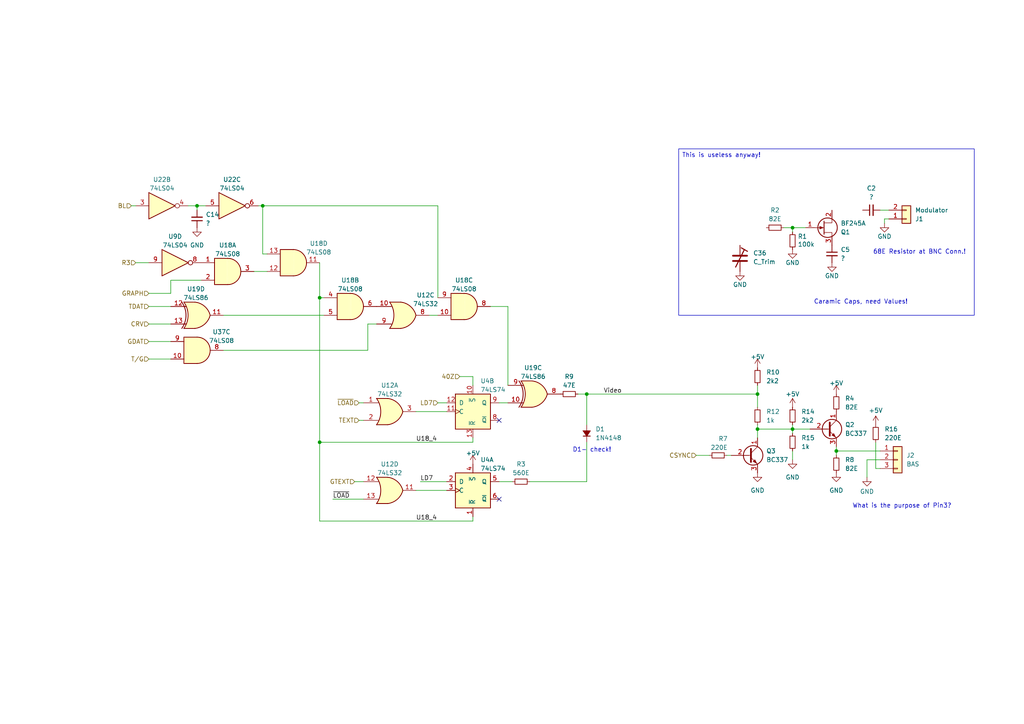
<source format=kicad_sch>
(kicad_sch (version 20231120) (generator "eeschema") (generator_version "8.0")
  (paper "A4")
  (title_block (title "EVA1 (Epson Video Adapter) - Video Output") (date "2025-01-09") (rev "v0.1") (company "100% Offner") (comment 1 "v0.1: Initial Release"))
  (lib_symbols
    (symbol "74xx:74LS04"
      (property "Reference" "U" (at 0 1.27 0))
      (property "Value" "74LS04" (at 0 -1.27 0))
      (symbol "74LS04_1_0"
        (polyline (pts (xy -3.81 3.81) (xy -3.81 -3.81) (xy 3.81 0) (xy -3.81 3.81)) (stroke (width 0.254)) (fill (type background)))
        (pin input line (at -7.62 0 0) (length 3.81) (name "~") (number "1"))
        (pin output inverted (at 7.62 0 180) (length 3.81) (name "~") (number "2"))
      )
      (symbol "74LS04_2_0"
        (polyline (pts (xy -3.81 3.81) (xy -3.81 -3.81) (xy 3.81 0) (xy -3.81 3.81)) (stroke (width 0.254)) (fill (type background)))
        (pin input line (at -7.62 0 0) (length 3.81) (name "~") (number "3"))
        (pin output inverted (at 7.62 0 180) (length 3.81) (name "~") (number "4"))
      )
      (symbol "74LS04_3_0"
        (polyline (pts (xy -3.81 3.81) (xy -3.81 -3.81) (xy 3.81 0) (xy -3.81 3.81)) (stroke (width 0.254)) (fill (type background)))
        (pin input line (at -7.62 0 0) (length 3.81) (name "~") (number "5"))
        (pin output inverted (at 7.62 0 180) (length 3.81) (name "~") (number "6"))
      )
      (symbol "74LS04_4_0"
        (polyline (pts (xy -3.81 3.81) (xy -3.81 -3.81) (xy 3.81 0) (xy -3.81 3.81)) (stroke (width 0.254)) (fill (type background)))
        (pin output inverted (at 7.62 0 180) (length 3.81) (name "~") (number "8"))
        (pin input line (at -7.62 0 0) (length 3.81) (name "~") (number "9"))
      )
      (symbol "74LS04_5_0"
        (polyline (pts (xy -3.81 3.81) (xy -3.81 -3.81) (xy 3.81 0) (xy -3.81 3.81)) (stroke (width 0.254)) (fill (type background)))
        (pin output inverted (at 7.62 0 180) (length 3.81) (name "~") (number "10"))
        (pin input line (at -7.62 0 0) (length 3.81) (name "~") (number "11"))
      )
      (symbol "74LS04_6_0"
        (polyline (pts (xy -3.81 3.81) (xy -3.81 -3.81) (xy 3.81 0) (xy -3.81 3.81)) (stroke (width 0.254)) (fill (type background)))
        (pin output inverted (at 7.62 0 180) (length 3.81) (name "~") (number "12"))
        (pin input line (at -7.62 0 0) (length 3.81) (name "~") (number "13"))
      )
      (symbol "74LS04_7_0"
        (pin power_in line (at 0 12.7 270) (length 5.08) (name "VCC") (number "14"))
        (pin power_in line (at 0 -12.7 90) (length 5.08) (name "GND") (number "7"))
      )
      (symbol "74LS04_7_1"
        (rectangle (start -5.08 7.62) (end 5.08 -7.62) (stroke (width 0.254)) (fill (type background)))
      )
    )
    (symbol "74xx:74LS08" (pin_names (offset 1.016))
      (property "Reference" "U" (at 0 1.27 0))
      (property "Value" "74LS08" (at 0 -1.27 0))
      (symbol "74LS08_1_1"
        (arc (start 0 -3.81) (mid 3.7934 0) (end 0 3.81) (stroke (width 0.254)) (fill (type background)))
        (polyline (pts (xy 0 3.81) (xy -3.81 3.81) (xy -3.81 -3.81) (xy 0 -3.81)) (stroke (width 0.254)) (fill (type background)))
        (pin input line (at -7.62 2.54 0) (length 3.81) (name "~") (number "1"))
        (pin input line (at -7.62 -2.54 0) (length 3.81) (name "~") (number "2"))
        (pin output line (at 7.62 0 180) (length 3.81) (name "~") (number "3"))
      )
      (symbol "74LS08_1_2"
        (arc (start -3.81 -3.81) (mid -2.589 0) (end -3.81 3.81) (stroke (width 0.254)))
        (arc (start -0.6096 -3.81) (mid 2.1842 -2.5851) (end 3.81 0) (stroke (width 0.254)) (fill (type background)))
        (polyline (pts (xy -3.81 -3.81) (xy -0.635 -3.81)) (stroke (width 0.254)) (fill (type background)))
        (polyline (pts (xy -3.81 3.81) (xy -0.635 3.81)) (stroke (width 0.254)) (fill (type background)))
        (polyline (pts (xy -0.635 3.81) (xy -3.81 3.81) (xy -3.81 3.81) (xy -3.556 3.4036) (xy -3.0226 2.2606) (xy -2.6924 1.0414) (xy -2.6162 -0.254) (xy -2.7686 -1.4986) (xy -3.175 -2.7178) (xy -3.81 -3.81) (xy -3.81 -3.81) (xy -0.635 -3.81)) (stroke (width -25.4)) (fill (type background)))
        (arc (start 3.81 0) (mid 2.1915 2.5936) (end -0.6096 3.81) (stroke (width 0.254)) (fill (type background)))
        (pin input inverted (at -7.62 2.54 0) (length 4.318) (name "~") (number "1"))
        (pin input inverted (at -7.62 -2.54 0) (length 4.318) (name "~") (number "2"))
        (pin output inverted (at 7.62 0 180) (length 3.81) (name "~") (number "3"))
      )
      (symbol "74LS08_2_1"
        (arc (start 0 -3.81) (mid 3.7934 0) (end 0 3.81) (stroke (width 0.254)) (fill (type background)))
        (polyline (pts (xy 0 3.81) (xy -3.81 3.81) (xy -3.81 -3.81) (xy 0 -3.81)) (stroke (width 0.254)) (fill (type background)))
        (pin input line (at -7.62 2.54 0) (length 3.81) (name "~") (number "4"))
        (pin input line (at -7.62 -2.54 0) (length 3.81) (name "~") (number "5"))
        (pin output line (at 7.62 0 180) (length 3.81) (name "~") (number "6"))
      )
      (symbol "74LS08_2_2"
        (arc (start -3.81 -3.81) (mid -2.589 0) (end -3.81 3.81) (stroke (width 0.254)))
        (arc (start -0.6096 -3.81) (mid 2.1842 -2.5851) (end 3.81 0) (stroke (width 0.254)) (fill (type background)))
        (polyline (pts (xy -3.81 -3.81) (xy -0.635 -3.81)) (stroke (width 0.254)) (fill (type background)))
        (polyline (pts (xy -3.81 3.81) (xy -0.635 3.81)) (stroke (width 0.254)) (fill (type background)))
        (polyline (pts (xy -0.635 3.81) (xy -3.81 3.81) (xy -3.81 3.81) (xy -3.556 3.4036) (xy -3.0226 2.2606) (xy -2.6924 1.0414) (xy -2.6162 -0.254) (xy -2.7686 -1.4986) (xy -3.175 -2.7178) (xy -3.81 -3.81) (xy -3.81 -3.81) (xy -0.635 -3.81)) (stroke (width -25.4)) (fill (type background)))
        (arc (start 3.81 0) (mid 2.1915 2.5936) (end -0.6096 3.81) (stroke (width 0.254)) (fill (type background)))
        (pin input inverted (at -7.62 2.54 0) (length 4.318) (name "~") (number "4"))
        (pin input inverted (at -7.62 -2.54 0) (length 4.318) (name "~") (number "5"))
        (pin output inverted (at 7.62 0 180) (length 3.81) (name "~") (number "6"))
      )
      (symbol "74LS08_3_1"
        (arc (start 0 -3.81) (mid 3.7934 0) (end 0 3.81) (stroke (width 0.254)) (fill (type background)))
        (polyline (pts (xy 0 3.81) (xy -3.81 3.81) (xy -3.81 -3.81) (xy 0 -3.81)) (stroke (width 0.254)) (fill (type background)))
        (pin input line (at -7.62 -2.54 0) (length 3.81) (name "~") (number "10"))
        (pin output line (at 7.62 0 180) (length 3.81) (name "~") (number "8"))
        (pin input line (at -7.62 2.54 0) (length 3.81) (name "~") (number "9"))
      )
      (symbol "74LS08_3_2"
        (arc (start -3.81 -3.81) (mid -2.589 0) (end -3.81 3.81) (stroke (width 0.254)))
        (arc (start -0.6096 -3.81) (mid 2.1842 -2.5851) (end 3.81 0) (stroke (width 0.254)) (fill (type background)))
        (polyline (pts (xy -3.81 -3.81) (xy -0.635 -3.81)) (stroke (width 0.254)) (fill (type background)))
        (polyline (pts (xy -3.81 3.81) (xy -0.635 3.81)) (stroke (width 0.254)) (fill (type background)))
        (polyline (pts (xy -0.635 3.81) (xy -3.81 3.81) (xy -3.81 3.81) (xy -3.556 3.4036) (xy -3.0226 2.2606) (xy -2.6924 1.0414) (xy -2.6162 -0.254) (xy -2.7686 -1.4986) (xy -3.175 -2.7178) (xy -3.81 -3.81) (xy -3.81 -3.81) (xy -0.635 -3.81)) (stroke (width -25.4)) (fill (type background)))
        (arc (start 3.81 0) (mid 2.1915 2.5936) (end -0.6096 3.81) (stroke (width 0.254)) (fill (type background)))
        (pin input inverted (at -7.62 -2.54 0) (length 4.318) (name "~") (number "10"))
        (pin output inverted (at 7.62 0 180) (length 3.81) (name "~") (number "8"))
        (pin input inverted (at -7.62 2.54 0) (length 4.318) (name "~") (number "9"))
      )
      (symbol "74LS08_4_1"
        (arc (start 0 -3.81) (mid 3.7934 0) (end 0 3.81) (stroke (width 0.254)) (fill (type background)))
        (polyline (pts (xy 0 3.81) (xy -3.81 3.81) (xy -3.81 -3.81) (xy 0 -3.81)) (stroke (width 0.254)) (fill (type background)))
        (pin output line (at 7.62 0 180) (length 3.81) (name "~") (number "11"))
        (pin input line (at -7.62 2.54 0) (length 3.81) (name "~") (number "12"))
        (pin input line (at -7.62 -2.54 0) (length 3.81) (name "~") (number "13"))
      )
      (symbol "74LS08_4_2"
        (arc (start -3.81 -3.81) (mid -2.589 0) (end -3.81 3.81) (stroke (width 0.254)))
        (arc (start -0.6096 -3.81) (mid 2.1842 -2.5851) (end 3.81 0) (stroke (width 0.254)) (fill (type background)))
        (polyline (pts (xy -3.81 -3.81) (xy -0.635 -3.81)) (stroke (width 0.254)) (fill (type background)))
        (polyline (pts (xy -3.81 3.81) (xy -0.635 3.81)) (stroke (width 0.254)) (fill (type background)))
        (polyline (pts (xy -0.635 3.81) (xy -3.81 3.81) (xy -3.81 3.81) (xy -3.556 3.4036) (xy -3.0226 2.2606) (xy -2.6924 1.0414) (xy -2.6162 -0.254) (xy -2.7686 -1.4986) (xy -3.175 -2.7178) (xy -3.81 -3.81) (xy -3.81 -3.81) (xy -0.635 -3.81)) (stroke (width -25.4)) (fill (type background)))
        (arc (start 3.81 0) (mid 2.1915 2.5936) (end -0.6096 3.81) (stroke (width 0.254)) (fill (type background)))
        (pin output inverted (at 7.62 0 180) (length 3.81) (name "~") (number "11"))
        (pin input inverted (at -7.62 2.54 0) (length 4.318) (name "~") (number "12"))
        (pin input inverted (at -7.62 -2.54 0) (length 4.318) (name "~") (number "13"))
      )
      (symbol "74LS08_5_0"
        (pin power_in line (at 0 12.7 270) (length 5.08) (name "VCC") (number "14"))
        (pin power_in line (at 0 -12.7 90) (length 5.08) (name "GND") (number "7"))
      )
      (symbol "74LS08_5_1"
        (rectangle (start -5.08 7.62) (end 5.08 -7.62) (stroke (width 0.254)) (fill (type background)))
      )
    )
    (symbol "74xx:74LS32" (pin_names (offset 1.016))
      (property "Reference" "U" (at 0 1.27 0))
      (property "Value" "74LS32" (at 0 -1.27 0))
      (symbol "74LS32_1_1"
        (arc (start -3.81 -3.81) (mid -2.589 0) (end -3.81 3.81) (stroke (width 0.254)))
        (arc (start -0.6096 -3.81) (mid 2.1842 -2.5851) (end 3.81 0) (stroke (width 0.254)) (fill (type background)))
        (polyline (pts (xy -3.81 -3.81) (xy -0.635 -3.81)) (stroke (width 0.254)) (fill (type background)))
        (polyline (pts (xy -3.81 3.81) (xy -0.635 3.81)) (stroke (width 0.254)) (fill (type background)))
        (polyline (pts (xy -0.635 3.81) (xy -3.81 3.81) (xy -3.81 3.81) (xy -3.556 3.4036) (xy -3.0226 2.2606) (xy -2.6924 1.0414) (xy -2.6162 -0.254) (xy -2.7686 -1.4986) (xy -3.175 -2.7178) (xy -3.81 -3.81) (xy -3.81 -3.81) (xy -0.635 -3.81)) (stroke (width -25.4)) (fill (type background)))
        (arc (start 3.81 0) (mid 2.1915 2.5936) (end -0.6096 3.81) (stroke (width 0.254)) (fill (type background)))
        (pin input line (at -7.62 2.54 0) (length 4.318) (name "~") (number "1"))
        (pin input line (at -7.62 -2.54 0) (length 4.318) (name "~") (number "2"))
        (pin output line (at 7.62 0 180) (length 3.81) (name "~") (number "3"))
      )
      (symbol "74LS32_1_2"
        (arc (start 0 -3.81) (mid 3.7934 0) (end 0 3.81) (stroke (width 0.254)) (fill (type background)))
        (polyline (pts (xy 0 3.81) (xy -3.81 3.81) (xy -3.81 -3.81) (xy 0 -3.81)) (stroke (width 0.254)) (fill (type background)))
        (pin input inverted (at -7.62 2.54 0) (length 3.81) (name "~") (number "1"))
        (pin input inverted (at -7.62 -2.54 0) (length 3.81) (name "~") (number "2"))
        (pin output inverted (at 7.62 0 180) (length 3.81) (name "~") (number "3"))
      )
      (symbol "74LS32_2_1"
        (arc (start -3.81 -3.81) (mid -2.589 0) (end -3.81 3.81) (stroke (width 0.254)))
        (arc (start -0.6096 -3.81) (mid 2.1842 -2.5851) (end 3.81 0) (stroke (width 0.254)) (fill (type background)))
        (polyline (pts (xy -3.81 -3.81) (xy -0.635 -3.81)) (stroke (width 0.254)) (fill (type background)))
        (polyline (pts (xy -3.81 3.81) (xy -0.635 3.81)) (stroke (width 0.254)) (fill (type background)))
        (polyline (pts (xy -0.635 3.81) (xy -3.81 3.81) (xy -3.81 3.81) (xy -3.556 3.4036) (xy -3.0226 2.2606) (xy -2.6924 1.0414) (xy -2.6162 -0.254) (xy -2.7686 -1.4986) (xy -3.175 -2.7178) (xy -3.81 -3.81) (xy -3.81 -3.81) (xy -0.635 -3.81)) (stroke (width -25.4)) (fill (type background)))
        (arc (start 3.81 0) (mid 2.1915 2.5936) (end -0.6096 3.81) (stroke (width 0.254)) (fill (type background)))
        (pin input line (at -7.62 2.54 0) (length 4.318) (name "~") (number "4"))
        (pin input line (at -7.62 -2.54 0) (length 4.318) (name "~") (number "5"))
        (pin output line (at 7.62 0 180) (length 3.81) (name "~") (number "6"))
      )
      (symbol "74LS32_2_2"
        (arc (start 0 -3.81) (mid 3.7934 0) (end 0 3.81) (stroke (width 0.254)) (fill (type background)))
        (polyline (pts (xy 0 3.81) (xy -3.81 3.81) (xy -3.81 -3.81) (xy 0 -3.81)) (stroke (width 0.254)) (fill (type background)))
        (pin input inverted (at -7.62 2.54 0) (length 3.81) (name "~") (number "4"))
        (pin input inverted (at -7.62 -2.54 0) (length 3.81) (name "~") (number "5"))
        (pin output inverted (at 7.62 0 180) (length 3.81) (name "~") (number "6"))
      )
      (symbol "74LS32_3_1"
        (arc (start -3.81 -3.81) (mid -2.589 0) (end -3.81 3.81) (stroke (width 0.254)))
        (arc (start -0.6096 -3.81) (mid 2.1842 -2.5851) (end 3.81 0) (stroke (width 0.254)) (fill (type background)))
        (polyline (pts (xy -3.81 -3.81) (xy -0.635 -3.81)) (stroke (width 0.254)) (fill (type background)))
        (polyline (pts (xy -3.81 3.81) (xy -0.635 3.81)) (stroke (width 0.254)) (fill (type background)))
        (polyline (pts (xy -0.635 3.81) (xy -3.81 3.81) (xy -3.81 3.81) (xy -3.556 3.4036) (xy -3.0226 2.2606) (xy -2.6924 1.0414) (xy -2.6162 -0.254) (xy -2.7686 -1.4986) (xy -3.175 -2.7178) (xy -3.81 -3.81) (xy -3.81 -3.81) (xy -0.635 -3.81)) (stroke (width -25.4)) (fill (type background)))
        (arc (start 3.81 0) (mid 2.1915 2.5936) (end -0.6096 3.81) (stroke (width 0.254)) (fill (type background)))
        (pin input line (at -7.62 -2.54 0) (length 4.318) (name "~") (number "10"))
        (pin output line (at 7.62 0 180) (length 3.81) (name "~") (number "8"))
        (pin input line (at -7.62 2.54 0) (length 4.318) (name "~") (number "9"))
      )
      (symbol "74LS32_3_2"
        (arc (start 0 -3.81) (mid 3.7934 0) (end 0 3.81) (stroke (width 0.254)) (fill (type background)))
        (polyline (pts (xy 0 3.81) (xy -3.81 3.81) (xy -3.81 -3.81) (xy 0 -3.81)) (stroke (width 0.254)) (fill (type background)))
        (pin input inverted (at -7.62 -2.54 0) (length 3.81) (name "~") (number "10"))
        (pin output inverted (at 7.62 0 180) (length 3.81) (name "~") (number "8"))
        (pin input inverted (at -7.62 2.54 0) (length 3.81) (name "~") (number "9"))
      )
      (symbol "74LS32_4_1"
        (arc (start -3.81 -3.81) (mid -2.589 0) (end -3.81 3.81) (stroke (width 0.254)))
        (arc (start -0.6096 -3.81) (mid 2.1842 -2.5851) (end 3.81 0) (stroke (width 0.254)) (fill (type background)))
        (polyline (pts (xy -3.81 -3.81) (xy -0.635 -3.81)) (stroke (width 0.254)) (fill (type background)))
        (polyline (pts (xy -3.81 3.81) (xy -0.635 3.81)) (stroke (width 0.254)) (fill (type background)))
        (polyline (pts (xy -0.635 3.81) (xy -3.81 3.81) (xy -3.81 3.81) (xy -3.556 3.4036) (xy -3.0226 2.2606) (xy -2.6924 1.0414) (xy -2.6162 -0.254) (xy -2.7686 -1.4986) (xy -3.175 -2.7178) (xy -3.81 -3.81) (xy -3.81 -3.81) (xy -0.635 -3.81)) (stroke (width -25.4)) (fill (type background)))
        (arc (start 3.81 0) (mid 2.1915 2.5936) (end -0.6096 3.81) (stroke (width 0.254)) (fill (type background)))
        (pin output line (at 7.62 0 180) (length 3.81) (name "~") (number "11"))
        (pin input line (at -7.62 2.54 0) (length 4.318) (name "~") (number "12"))
        (pin input line (at -7.62 -2.54 0) (length 4.318) (name "~") (number "13"))
      )
      (symbol "74LS32_4_2"
        (arc (start 0 -3.81) (mid 3.7934 0) (end 0 3.81) (stroke (width 0.254)) (fill (type background)))
        (polyline (pts (xy 0 3.81) (xy -3.81 3.81) (xy -3.81 -3.81) (xy 0 -3.81)) (stroke (width 0.254)) (fill (type background)))
        (pin output inverted (at 7.62 0 180) (length 3.81) (name "~") (number "11"))
        (pin input inverted (at -7.62 2.54 0) (length 3.81) (name "~") (number "12"))
        (pin input inverted (at -7.62 -2.54 0) (length 3.81) (name "~") (number "13"))
      )
      (symbol "74LS32_5_0"
        (pin power_in line (at 0 12.7 270) (length 5.08) (name "VCC") (number "14"))
        (pin power_in line (at 0 -12.7 90) (length 5.08) (name "GND") (number "7"))
      )
      (symbol "74LS32_5_1"
        (rectangle (start -5.08 7.62) (end 5.08 -7.62) (stroke (width 0.254)) (fill (type background)))
      )
    )
    (symbol "74xx:74LS74" (pin_names (offset 1.016))
      (property "Reference" "U" (at -7.62 8.89 0))
      (property "Value" "74LS74" (at -7.62 -8.89 0))
      (symbol "74LS74_1_0"
        (pin input line (at 0 -7.62 90) (length 2.54) (name "~{R}") (number "1"))
        (pin input line (at -7.62 2.54 0) (length 2.54) (name "D") (number "2"))
        (pin input clock (at -7.62 0 0) (length 2.54) (name "C") (number "3"))
        (pin input line (at 0 7.62 270) (length 2.54) (name "~{S}") (number "4"))
        (pin output line (at 7.62 2.54 180) (length 2.54) (name "Q") (number "5"))
        (pin output line (at 7.62 -2.54 180) (length 2.54) (name "~{Q}") (number "6"))
      )
      (symbol "74LS74_1_1"
        (rectangle (start -5.08 5.08) (end 5.08 -5.08) (stroke (width 0.254)) (fill (type background)))
      )
      (symbol "74LS74_2_0"
        (pin input line (at 0 7.62 270) (length 2.54) (name "~{S}") (number "10"))
        (pin input clock (at -7.62 0 0) (length 2.54) (name "C") (number "11"))
        (pin input line (at -7.62 2.54 0) (length 2.54) (name "D") (number "12"))
        (pin input line (at 0 -7.62 90) (length 2.54) (name "~{R}") (number "13"))
        (pin output line (at 7.62 -2.54 180) (length 2.54) (name "~{Q}") (number "8"))
        (pin output line (at 7.62 2.54 180) (length 2.54) (name "Q") (number "9"))
      )
      (symbol "74LS74_2_1"
        (rectangle (start -5.08 5.08) (end 5.08 -5.08) (stroke (width 0.254)) (fill (type background)))
      )
      (symbol "74LS74_3_0"
        (pin power_in line (at 0 10.16 270) (length 2.54) (name "VCC") (number "14"))
        (pin power_in line (at 0 -10.16 90) (length 2.54) (name "GND") (number "7"))
      )
      (symbol "74LS74_3_1"
        (rectangle (start -5.08 7.62) (end 5.08 -7.62) (stroke (width 0.254)) (fill (type background)))
      )
    )
    (symbol "74xx:74LS86" (pin_names (offset 1.016))
      (property "Reference" "U" (at 0 1.27 0))
      (property "Value" "74LS86" (at 0 -1.27 0))
      (symbol "74LS86_1_0"
        (arc (start -4.4196 -3.81) (mid -3.2033 0) (end -4.4196 3.81) (stroke (width 0.254)))
        (arc (start -3.81 -3.81) (mid -2.589 0) (end -3.81 3.81) (stroke (width 0.254)))
        (arc (start -0.6096 -3.81) (mid 2.1842 -2.5851) (end 3.81 0) (stroke (width 0.254)) (fill (type background)))
        (polyline (pts (xy -3.81 -3.81) (xy -0.635 -3.81)) (stroke (width 0.254)) (fill (type background)))
        (polyline (pts (xy -3.81 3.81) (xy -0.635 3.81)) (stroke (width 0.254)) (fill (type background)))
        (polyline (pts (xy -0.635 3.81) (xy -3.81 3.81) (xy -3.81 3.81) (xy -3.556 3.4036) (xy -3.0226 2.2606) (xy -2.6924 1.0414) (xy -2.6162 -0.254) (xy -2.7686 -1.4986) (xy -3.175 -2.7178) (xy -3.81 -3.81) (xy -3.81 -3.81) (xy -0.635 -3.81)) (stroke (width -25.4)) (fill (type background)))
        (arc (start 3.81 0) (mid 2.1915 2.5936) (end -0.6096 3.81) (stroke (width 0.254)) (fill (type background)))
        (pin input line (at -7.62 2.54 0) (length 4.445) (name "~") (number "1"))
        (pin input line (at -7.62 -2.54 0) (length 4.445) (name "~") (number "2"))
        (pin output line (at 7.62 0 180) (length 3.81) (name "~") (number "3"))
      )
      (symbol "74LS86_1_1"
        (polyline (pts (xy -3.81 -2.54) (xy -3.175 -2.54)) (stroke (width 0.1524)))
        (polyline (pts (xy -3.81 2.54) (xy -3.175 2.54)) (stroke (width 0.1524)))
      )
      (symbol "74LS86_2_0"
        (arc (start -4.4196 -3.81) (mid -3.2033 0) (end -4.4196 3.81) (stroke (width 0.254)))
        (arc (start -3.81 -3.81) (mid -2.589 0) (end -3.81 3.81) (stroke (width 0.254)))
        (arc (start -0.6096 -3.81) (mid 2.1842 -2.5851) (end 3.81 0) (stroke (width 0.254)) (fill (type background)))
        (polyline (pts (xy -3.81 -3.81) (xy -0.635 -3.81)) (stroke (width 0.254)) (fill (type background)))
        (polyline (pts (xy -3.81 3.81) (xy -0.635 3.81)) (stroke (width 0.254)) (fill (type background)))
        (polyline (pts (xy -0.635 3.81) (xy -3.81 3.81) (xy -3.81 3.81) (xy -3.556 3.4036) (xy -3.0226 2.2606) (xy -2.6924 1.0414) (xy -2.6162 -0.254) (xy -2.7686 -1.4986) (xy -3.175 -2.7178) (xy -3.81 -3.81) (xy -3.81 -3.81) (xy -0.635 -3.81)) (stroke (width -25.4)) (fill (type background)))
        (arc (start 3.81 0) (mid 2.1915 2.5936) (end -0.6096 3.81) (stroke (width 0.254)) (fill (type background)))
        (pin input line (at -7.62 2.54 0) (length 4.445) (name "~") (number "4"))
        (pin input line (at -7.62 -2.54 0) (length 4.445) (name "~") (number "5"))
        (pin output line (at 7.62 0 180) (length 3.81) (name "~") (number "6"))
      )
      (symbol "74LS86_2_1"
        (polyline (pts (xy -3.81 -2.54) (xy -3.175 -2.54)) (stroke (width 0.1524)))
        (polyline (pts (xy -3.81 2.54) (xy -3.175 2.54)) (stroke (width 0.1524)))
      )
      (symbol "74LS86_3_0"
        (arc (start -4.4196 -3.81) (mid -3.2033 0) (end -4.4196 3.81) (stroke (width 0.254)))
        (arc (start -3.81 -3.81) (mid -2.589 0) (end -3.81 3.81) (stroke (width 0.254)))
        (arc (start -0.6096 -3.81) (mid 2.1842 -2.5851) (end 3.81 0) (stroke (width 0.254)) (fill (type background)))
        (polyline (pts (xy -3.81 -3.81) (xy -0.635 -3.81)) (stroke (width 0.254)) (fill (type background)))
        (polyline (pts (xy -3.81 3.81) (xy -0.635 3.81)) (stroke (width 0.254)) (fill (type background)))
        (polyline (pts (xy -0.635 3.81) (xy -3.81 3.81) (xy -3.81 3.81) (xy -3.556 3.4036) (xy -3.0226 2.2606) (xy -2.6924 1.0414) (xy -2.6162 -0.254) (xy -2.7686 -1.4986) (xy -3.175 -2.7178) (xy -3.81 -3.81) (xy -3.81 -3.81) (xy -0.635 -3.81)) (stroke (width -25.4)) (fill (type background)))
        (arc (start 3.81 0) (mid 2.1915 2.5936) (end -0.6096 3.81) (stroke (width 0.254)) (fill (type background)))
        (pin input line (at -7.62 -2.54 0) (length 4.445) (name "~") (number "10"))
        (pin output line (at 7.62 0 180) (length 3.81) (name "~") (number "8"))
        (pin input line (at -7.62 2.54 0) (length 4.445) (name "~") (number "9"))
      )
      (symbol "74LS86_3_1"
        (polyline (pts (xy -3.81 -2.54) (xy -3.175 -2.54)) (stroke (width 0.1524)))
        (polyline (pts (xy -3.81 2.54) (xy -3.175 2.54)) (stroke (width 0.1524)))
      )
      (symbol "74LS86_4_0"
        (arc (start -4.4196 -3.81) (mid -3.2033 0) (end -4.4196 3.81) (stroke (width 0.254)))
        (arc (start -3.81 -3.81) (mid -2.589 0) (end -3.81 3.81) (stroke (width 0.254)))
        (arc (start -0.6096 -3.81) (mid 2.1842 -2.5851) (end 3.81 0) (stroke (width 0.254)) (fill (type background)))
        (polyline (pts (xy -3.81 -3.81) (xy -0.635 -3.81)) (stroke (width 0.254)) (fill (type background)))
        (polyline (pts (xy -3.81 3.81) (xy -0.635 3.81)) (stroke (width 0.254)) (fill (type background)))
        (polyline (pts (xy -0.635 3.81) (xy -3.81 3.81) (xy -3.81 3.81) (xy -3.556 3.4036) (xy -3.0226 2.2606) (xy -2.6924 1.0414) (xy -2.6162 -0.254) (xy -2.7686 -1.4986) (xy -3.175 -2.7178) (xy -3.81 -3.81) (xy -3.81 -3.81) (xy -0.635 -3.81)) (stroke (width -25.4)) (fill (type background)))
        (arc (start 3.81 0) (mid 2.1915 2.5936) (end -0.6096 3.81) (stroke (width 0.254)) (fill (type background)))
        (pin output line (at 7.62 0 180) (length 3.81) (name "~") (number "11"))
        (pin input line (at -7.62 2.54 0) (length 4.445) (name "~") (number "12"))
        (pin input line (at -7.62 -2.54 0) (length 4.445) (name "~") (number "13"))
      )
      (symbol "74LS86_4_1"
        (polyline (pts (xy -3.81 -2.54) (xy -3.175 -2.54)) (stroke (width 0.1524)))
        (polyline (pts (xy -3.81 2.54) (xy -3.175 2.54)) (stroke (width 0.1524)))
      )
      (symbol "74LS86_5_0"
        (pin power_in line (at 0 12.7 270) (length 5.08) (name "VCC") (number "14"))
        (pin power_in line (at 0 -12.7 90) (length 5.08) (name "GND") (number "7"))
      )
      (symbol "74LS86_5_1"
        (rectangle (start -5.08 7.62) (end 5.08 -7.62) (stroke (width 0.254)) (fill (type background)))
      )
    )
    (symbol "Connector_Generic:Conn_01x02" (pin_names (offset 1.016) hide)
      (property "Reference" "J" (at 0 2.54 0))
      (property "Value" "Conn_01x02" (at 0 -5.08 0))
      (symbol "Conn_01x02_1_1"
        (rectangle (start -1.27 -2.413) (end 0 -2.667) (stroke (width 0.1524)))
        (rectangle (start -1.27 0.127) (end 0 -0.127) (stroke (width 0.1524)))
        (rectangle (start -1.27 1.27) (end 1.27 -3.81) (stroke (width 0.254)) (fill (type background)))
        (pin passive line (at -5.08 0 0) (length 3.81) (name "Pin_1") (number "1"))
        (pin passive line (at -5.08 -2.54 0) (length 3.81) (name "Pin_2") (number "2"))
      )
    )
    (symbol "Connector_Generic:Conn_01x03" (pin_names (offset 1.016) hide)
      (property "Reference" "J" (at 0 5.08 0))
      (property "Value" "Conn_01x03" (at 0 -5.08 0))
      (symbol "Conn_01x03_1_1"
        (rectangle (start -1.27 -2.413) (end 0 -2.667) (stroke (width 0.1524)))
        (rectangle (start -1.27 0.127) (end 0 -0.127) (stroke (width 0.1524)))
        (rectangle (start -1.27 2.667) (end 0 2.413) (stroke (width 0.1524)))
        (rectangle (start -1.27 3.81) (end 1.27 -3.81) (stroke (width 0.254)) (fill (type background)))
        (pin passive line (at -5.08 2.54 0) (length 3.81) (name "Pin_1") (number "1"))
        (pin passive line (at -5.08 0 0) (length 3.81) (name "Pin_2") (number "2"))
        (pin passive line (at -5.08 -2.54 0) (length 3.81) (name "Pin_3") (number "3"))
      )
    )
    (symbol "Device:C_Small" (pin_numbers hide) (pin_names (offset 0.254) hide)
      (property "Reference" "C" (at 0.254 1.778 0))
      (property "Value" "C_Small" (at 0.254 -2.032 0))
      (symbol "C_Small_0_1"
        (polyline (pts (xy -1.524 -0.508) (xy 1.524 -0.508)) (stroke (width 0.3302)))
        (polyline (pts (xy -1.524 0.508) (xy 1.524 0.508)) (stroke (width 0.3048)))
      )
      (symbol "C_Small_1_1"
        (pin passive line (at 0 2.54 270) (length 2.032) (name "~") (number "1"))
        (pin passive line (at 0 -2.54 90) (length 2.032) (name "~") (number "2"))
      )
    )
    (symbol "Device:C_Trim" (pin_numbers hide) (pin_names (offset 0.254) hide)
      (property "Reference" "C" (at 1.524 -2.032 0))
      (property "Value" "C_Trim" (at 3.048 -3.556 0))
      (symbol "C_Trim_0_1"
        (polyline (pts (xy -2.032 -0.762) (xy 2.032 -0.762)) (stroke (width 0.508)))
        (polyline (pts (xy -2.032 0.762) (xy 2.032 0.762)) (stroke (width 0.508)))
        (polyline (pts (xy 1.27 2.54) (xy -1.27 -2.54)) (stroke (width 0.3048)))
        (polyline (pts (xy 1.27 2.54) (xy 0.381 3.048)) (stroke (width 0.3048)))
        (polyline (pts (xy 1.27 2.54) (xy 2.159 2.032)) (stroke (width 0.3048)))
      )
      (symbol "C_Trim_1_1"
        (pin passive line (at 0 3.81 270) (length 3.048) (name "~") (number "1"))
        (pin passive line (at 0 -3.81 90) (length 3.048) (name "~") (number "2"))
      )
    )
    (symbol "Device:D_Small_Filled" (pin_numbers hide) (pin_names (offset 0.254) hide)
      (property "Reference" "D" (at -1.27 2.032 0))
      (property "Value" "D_Small_Filled" (at -3.81 -2.032 0))
      (symbol "D_Small_Filled_0_1"
        (polyline (pts (xy -0.762 -1.016) (xy -0.762 1.016)) (stroke (width 0.254)))
        (polyline (pts (xy -0.762 0) (xy 0.762 0)))
        (polyline (pts (xy 0.762 -1.016) (xy -0.762 0) (xy 0.762 1.016) (xy 0.762 -1.016)) (stroke (width 0.254)) (fill (type outline)))
      )
      (symbol "D_Small_Filled_1_1"
        (pin passive line (at -2.54 0 0) (length 1.778) (name "K") (number "1"))
        (pin passive line (at 2.54 0 180) (length 1.778) (name "A") (number "2"))
      )
    )
    (symbol "Device:R_Small" (pin_numbers hide) (pin_names (offset 0.254) hide)
      (property "Reference" "R" (at 0.762 0.508 0))
      (property "Value" "R_Small" (at 0.762 -1.016 0))
      (symbol "R_Small_0_1"
        (rectangle (start -0.762 1.778) (end 0.762 -1.778) (stroke (width 0.2032)))
      )
      (symbol "R_Small_1_1"
        (pin passive line (at 0 2.54 270) (length 0.762) (name "~") (number "1"))
        (pin passive line (at 0 -2.54 90) (length 0.762) (name "~") (number "2"))
      )
    )
    (symbol "Transistor_BJT:BC337" (pin_names (offset 0) hide)
      (property "Reference" "Q" (at 5.08 1.905 0))
      (property "Value" "BC337" (at 5.08 0 0))
      (symbol "BC337_0_1"
        (polyline (pts (xy 0 0) (xy 0.635 0)))
        (polyline (pts (xy 0.635 0.635) (xy 2.54 2.54)))
        (polyline (pts (xy 0.635 -0.635) (xy 2.54 -2.54) (xy 2.54 -2.54)))
        (polyline (pts (xy 0.635 1.905) (xy 0.635 -1.905) (xy 0.635 -1.905)) (stroke (width 0.508)))
        (polyline (pts (xy 1.27 -1.778) (xy 1.778 -1.27) (xy 2.286 -2.286) (xy 1.27 -1.778) (xy 1.27 -1.778)) (fill (type outline)))
        (circle (center 1.27 0) (radius 2.8194) (stroke (width 0.254)))
      )
      (symbol "BC337_1_1"
        (pin passive line (at 2.54 5.08 270) (length 2.54) (name "C") (number "1"))
        (pin input line (at -5.08 0 0) (length 5.08) (name "B") (number "2"))
        (pin passive line (at 2.54 -5.08 90) (length 2.54) (name "E") (number "3"))
      )
    )
    (symbol "Transistor_FET:BF245A" (pin_names hide)
      (property "Reference" "Q" (at 5.08 1.905 0))
      (property "Value" "BF245A" (at 5.08 0 0))
      (symbol "BF245A_0_1"
        (polyline (pts (xy 0.254 0) (xy -2.54 0)))
        (polyline (pts (xy 0.254 1.905) (xy 0.254 -1.905)) (stroke (width 0.254)))
        (polyline (pts (xy 2.54 -2.54) (xy 2.54 -1.397) (xy 0.254 -1.397)))
        (polyline (pts (xy 2.54 2.54) (xy 2.54 1.397) (xy 0.254 1.397)))
        (polyline (pts (xy 0 0) (xy -1.016 0.381) (xy -1.016 -0.381) (xy 0 0)) (fill (type outline)))
        (circle (center 1.27 0) (radius 2.8194) (stroke (width 0.254)))
      )
      (symbol "BF245A_1_1"
        (pin input line (at -5.08 0 0) (length 2.54) (name "G") (number "1"))
        (pin passive line (at 2.54 -5.08 90) (length 2.54) (name "S") (number "2"))
        (pin passive line (at 2.54 5.08 270) (length 2.54) (name "D") (number "3"))
      )
    )
    (symbol "power:+5V" (power) (pin_names (offset 0))
      (property "Value" "+5V" (at 0 3.556 0))
      (symbol "+5V_0_1"
        (polyline (pts (xy -0.762 1.27) (xy 0 2.54)))
        (polyline (pts (xy 0 0) (xy 0 2.54)))
        (polyline (pts (xy 0 2.54) (xy 0.762 1.27)))
      )
      (symbol "+5V_1_1"
        (pin power_in line (at 0 0 90) (length 0) hide (name "+5V") (number "1"))
      )
    )
    (symbol "power:GND" (power) (pin_names (offset 0))
      (property "Value" "GND" (at 0 -3.81 0))
      (symbol "GND_0_1"
        (polyline (pts (xy 0 0) (xy 0 -1.27) (xy 1.27 -1.27) (xy 0 -2.54) (xy -1.27 -1.27) (xy 0 -1.27)))
      )
      (symbol "GND_1_1"
        (pin power_in line (at 0 0 270) (length 0) hide (name "GND") (number "1"))
      )
    )
  )
  (junction (at 76.2 59.69))
  (junction (at 242.57 130.81))
  (junction (at 92.71 128.27))
  (junction (at 219.71 124.46))
  (junction (at 229.87 66.04))
  (junction (at 219.71 114.3))
  (junction (at 57.15 59.69))
  (junction (at 92.71 86.36))
  (junction (at 170.18 114.3))
  (junction (at 229.87 124.46))
  (no_connect (at 144.78 121.92))
  (no_connect (at 144.78 144.78))
  (wire (pts (xy 170.18 114.3) (xy 170.18 123.19)))
  (wire (pts (xy 142.24 88.9) (xy 147.32 88.9)))
  (wire (pts (xy 124.46 91.44) (xy 127 91.44)))
  (wire (pts (xy 127 116.84) (xy 129.54 116.84)))
  (wire (pts (xy 57.15 59.69) (xy 57.15 60.96)))
  (wire (pts (xy 76.2 59.69) (xy 74.93 59.69)))
  (wire (pts (xy 242.57 130.81) (xy 255.27 130.81)))
  (wire (pts (xy 256.54 63.5) (xy 256.54 64.77)))
  (wire (pts (xy 102.87 139.7) (xy 105.41 139.7)))
  (wire (pts (xy 57.15 59.69) (xy 59.69 59.69)))
  (wire (pts (xy 137.16 111.76) (xy 137.16 109.22)))
  (wire (pts (xy 106.68 101.6) (xy 106.68 93.98)))
  (wire (pts (xy 242.57 129.54) (xy 242.57 130.81)))
  (wire (pts (xy 229.87 124.46) (xy 229.87 125.73)))
  (wire (pts (xy 254 128.27) (xy 254 135.89)))
  (wire (pts (xy 255.27 60.96) (xy 257.81 60.96)))
  (wire (pts (xy 92.71 128.27) (xy 92.71 86.36)))
  (wire (pts (xy 229.87 124.46) (xy 234.95 124.46)))
  (wire (pts (xy 49.53 85.09) (xy 49.53 81.28)))
  (wire (pts (xy 127 59.69) (xy 127 86.36)))
  (wire (pts (xy 92.71 76.2) (xy 92.71 86.36)))
  (wire (pts (xy 43.18 93.98) (xy 49.53 93.98)))
  (wire (pts (xy 227.33 66.04) (xy 229.87 66.04)))
  (wire (pts (xy 106.68 93.98) (xy 109.22 93.98)))
  (wire (pts (xy 257.81 63.5) (xy 256.54 63.5)))
  (wire (pts (xy 121.92 139.7) (xy 129.54 139.7)))
  (wire (pts (xy 64.77 101.6) (xy 106.68 101.6)))
  (wire (pts (xy 120.65 142.24) (xy 129.54 142.24)))
  (wire (pts (xy 137.16 127) (xy 137.16 128.27)))
  (wire (pts (xy 219.71 124.46) (xy 229.87 124.46)))
  (wire (pts (xy 64.77 91.44) (xy 93.98 91.44)))
  (wire (pts (xy 92.71 151.13) (xy 137.16 151.13)))
  (wire (pts (xy 229.87 130.81) (xy 229.87 133.35)))
  (wire (pts (xy 201.93 132.08) (xy 205.74 132.08)))
  (wire (pts (xy 43.18 85.09) (xy 49.53 85.09)))
  (wire (pts (xy 210.82 132.08) (xy 212.09 132.08)))
  (wire (pts (xy 147.32 88.9) (xy 147.32 111.76)))
  (wire (pts (xy 170.18 114.3) (xy 219.71 114.3)))
  (wire (pts (xy 49.53 81.28) (xy 58.42 81.28)))
  (wire (pts (xy 54.61 59.69) (xy 57.15 59.69)))
  (wire (pts (xy 38.1 59.69) (xy 39.37 59.69)))
  (wire (pts (xy 105.41 144.78) (xy 96.52 144.78)))
  (wire (pts (xy 219.71 127) (xy 219.71 124.46)))
  (wire (pts (xy 251.46 138.43) (xy 251.46 133.35)))
  (wire (pts (xy 43.18 88.9) (xy 49.53 88.9)))
  (wire (pts (xy 39.37 76.2) (xy 43.18 76.2)))
  (wire (pts (xy 229.87 123.19) (xy 229.87 124.46)))
  (wire (pts (xy 137.16 151.13) (xy 137.16 149.86)))
  (wire (pts (xy 219.71 111.76) (xy 219.71 114.3)))
  (wire (pts (xy 144.78 116.84) (xy 147.32 116.84)))
  (wire (pts (xy 76.2 59.69) (xy 76.2 73.66)))
  (wire (pts (xy 76.2 73.66) (xy 77.47 73.66)))
  (wire (pts (xy 251.46 133.35) (xy 255.27 133.35)))
  (wire (pts (xy 92.71 128.27) (xy 137.16 128.27)))
  (wire (pts (xy 144.78 139.7) (xy 148.59 139.7)))
  (wire (pts (xy 242.57 130.81) (xy 242.57 132.08)))
  (wire (pts (xy 254 135.89) (xy 255.27 135.89)))
  (wire (pts (xy 133.35 109.22) (xy 137.16 109.22)))
  (wire (pts (xy 127 59.69) (xy 76.2 59.69)))
  (wire (pts (xy 153.67 139.7) (xy 170.18 139.7)))
  (wire (pts (xy 167.64 114.3) (xy 170.18 114.3)))
  (wire (pts (xy 73.66 78.74) (xy 77.47 78.74)))
  (wire (pts (xy 219.71 114.3) (xy 219.71 118.11)))
  (wire (pts (xy 43.18 99.06) (xy 49.53 99.06)))
  (wire (pts (xy 104.14 116.84) (xy 105.41 116.84)))
  (wire (pts (xy 229.87 66.04) (xy 229.87 67.31)))
  (wire (pts (xy 170.18 128.27) (xy 170.18 139.7)))
  (wire (pts (xy 219.71 123.19) (xy 219.71 124.46)))
  (wire (pts (xy 233.68 66.04) (xy 229.87 66.04)))
  (wire (pts (xy 43.18 104.14) (xy 49.53 104.14)))
  (wire (pts (xy 104.14 121.92) (xy 105.41 121.92)))
  (wire (pts (xy 129.54 119.38) (xy 120.65 119.38)))
  (wire (pts (xy 93.98 86.36) (xy 92.71 86.36)))
  (wire (pts (xy 92.71 151.13) (xy 92.71 128.27)))
  (text_box "This is useless anyway!" (at 196.85 43.18 0) (size 85.725 48.26) (effects (font (size 1.27 1.27)) (justify left top)))
  (text "D1- check!" (at 171.704 130.556 0) (effects (font (size 1.27 1.27))))
  (text "Caramic Caps, need Values!" (at 249.682 87.63 0) (effects (font (size 1.27 1.27))))
  (text "68E Resistor at BNC Conn.!" (at 266.7 73.152 0) (effects (font (size 1.27 1.27))))
  (text "What is the purpose of Pin3?" (at 261.62 146.812 0) (effects (font (size 1.27 1.27))))
  (label "~{LOAD}" (at 96.52 144.78 0))
  (label "U18_4" (at 120.65 128.27 0))
  (label "LD7" (at 121.92 139.7 0))
  (label "U18_4" (at 120.65 151.13 0))
  (label "Video" (at 180.34 114.3 180))
  (hierarchical_label "TEXT" (shape input) (at 104.14 121.92 180))
  (hierarchical_label "R3" (shape input) (at 39.37 76.2 180))
  (hierarchical_label "GRAPH" (shape input) (at 43.18 85.09 180))
  (hierarchical_label "T{slash}G" (shape input) (at 43.18 104.14 180))
  (hierarchical_label "TDAT" (shape input) (at 43.18 88.9 180))
  (hierarchical_label "GTEXT" (shape input) (at 102.87 139.7 180))
  (hierarchical_label "CRV" (shape input) (at 43.18 93.98 180))
  (hierarchical_label "~{LOAD}" (shape input) (at 104.14 116.84 180))
  (hierarchical_label "LD7" (shape input) (at 127 116.84 180))
  (hierarchical_label "CSYNC" (shape input) (at 201.93 132.08 180))
  (hierarchical_label "40Z" (shape input) (at 133.35 109.22 180))
  (hierarchical_label "BL" (shape input) (at 38.1 59.69 180))
  (hierarchical_label "GDAT" (shape input) (at 43.18 99.06 180))
  (symbol (lib_id "Device:R_Small") (at 219.71 109.22 180) (unit 1)
    (property "Reference" "R10" (at 222.25 107.9499 0) (effects (justify right)))
    (property "Value" "2k2" (at 222.25 110.4899 0) (effects (justify right)))
    (property "Footprint" "Resistor_THT:R_Axial_DIN0411_L9.9mm_D3.6mm_P12.70mm_Horizontal" (effects (hide yes)))
    (property "Description" "Resistor, small symbol" (effects (hide yes)))
  )
  (symbol (lib_id "power:GND") (at 57.15 66.04 0) (unit 1)
    (property "Reference" "#PWR075" (effects (hide yes)))
    (property "Value" "GND" (at 57.15 71.12 0))
  )
  (symbol (lib_id "Device:R_Small") (at 151.13 139.7 90) (unit 1)
    (property "Reference" "R3" (at 151.13 134.62 90))
    (property "Value" "560E" (at 151.13 137.16 90))
    (property "Footprint" "Resistor_THT:R_Axial_DIN0411_L9.9mm_D3.6mm_P12.70mm_Horizontal" (effects (hide yes)))
    (property "Description" "Resistor, small symbol" (effects (hide yes)))
  )
  (symbol (lib_id "74xx:74LS08") (at 134.62 88.9 0) (unit 3)
    (property "Reference" "U18" (at 134.6117 81.28 0))
    (property "Value" "74LS08" (at 134.6117 83.82 0))
    (property "Footprint" "Package_DIP:DIP-14_W7.62mm" (effects (hide yes)))
    (property "Datasheet" "http://www.ti.com/lit/gpn/sn74LS08" (effects (hide yes)))
    (property "Description" "Quad And2" (effects (hide yes)))
  )
  (symbol (lib_id "Device:R_Small") (at 242.57 134.62 0) (unit 1)
    (property "Reference" "R8" (at 245.11 133.3499 0) (effects (justify left)))
    (property "Value" "82E" (at 245.11 135.8899 0) (effects (justify left)))
    (property "Footprint" "Resistor_THT:R_Axial_DIN0411_L9.9mm_D3.6mm_P12.70mm_Horizontal" (effects (hide yes)))
    (property "Description" "Resistor, small symbol" (effects (hide yes)))
  )
  (symbol (lib_id "power:+5V") (at 242.57 114.3 0) (unit 1)
    (property "Reference" "#PWR0143" (effects (hide yes)))
    (property "Value" "+5V" (at 242.57 111.125 0))
  )
  (symbol (lib_id "Transistor_FET:BF245A") (at 238.76 66.04 0) (mirror x) (unit 1)
    (property "Reference" "Q1" (at 243.84 67.3101 0) (effects (justify left)))
    (property "Value" "BF245A" (at 243.84 64.7701 0) (effects (justify left)))
    (property "Footprint" "Package_TO_SOT_THT:TO-92_Wide" (effects (hide yes)))
    (property "Datasheet" "https://www.onsemi.com/pub/Collateral/BF245A-D.PDF" (effects (hide yes)))
    (property "Description" "50mA Id, 30V Vgs, N-Channel FET Transistor, TO-92" (effects (hide yes)))
  )
  (symbol (lib_id "Device:C_Small") (at 241.3 73.66 0) (unit 1)
    (property "Reference" "C5" (at 243.84 72.3962 0) (effects (justify left)))
    (property "Value" "?" (at 243.84 74.9362 0) (effects (justify left)))
    (property "Footprint" "Capacitor_THT:C_Disc_D4.7mm_W2.5mm_P5.00mm" (effects (hide yes)))
  )
  (symbol (lib_id "power:GND") (at 219.71 137.16 0) (unit 1)
    (property "Reference" "#PWR082" (effects (hide yes)))
    (property "Value" "GND" (at 219.71 142.24 0))
  )
  (symbol (lib_id "Connector_Generic:Conn_01x03") (at 260.35 133.35 0) (unit 1)
    (property "Reference" "J2" (at 262.89 132.0799 0) (effects (justify left)))
    (property "Value" "BAS" (at 262.89 134.6199 0) (effects (justify left)))
    (property "Footprint" "Connector_PinHeader_2.54mm:PinHeader_1x03_P2.54mm_Vertical" (effects (hide yes)))
    (property "Description" "Generic connector, single row, 01x03, script generated (kicad-library-utils/schlib/autogen/connector/)" (effects (hide yes)))
  )
  (symbol (lib_id "power:GND") (at 256.54 64.77 0) (unit 1)
    (property "Reference" "#PWR0156" (effects (hide yes)))
    (property "Value" "GND" (at 256.54 68.58 0))
  )
  (symbol (lib_id "74xx:74LS04") (at 46.99 59.69 0) (unit 2)
    (property "Reference" "U22" (at 46.99 52.07 0))
    (property "Value" "74LS04" (at 46.99 54.61 0))
    (property "Footprint" "Package_DIP:DIP-14_W7.62mm" (effects (hide yes)))
    (property "Datasheet" "http://www.ti.com/lit/gpn/sn74LS04" (effects (hide yes)))
    (property "Description" "Hex Inverter" (effects (hide yes)))
  )
  (symbol (lib_id "74xx:74LS08") (at 66.04 78.74 0) (unit 1)
    (property "Reference" "U18" (at 66.0317 71.12 0))
    (property "Value" "74LS08" (at 66.0317 73.66 0))
    (property "Footprint" "Package_DIP:DIP-14_W7.62mm" (effects (hide yes)))
    (property "Datasheet" "http://www.ti.com/lit/gpn/sn74LS08" (effects (hide yes)))
    (property "Description" "Quad And2" (effects (hide yes)))
  )
  (symbol (lib_id "Device:R_Small") (at 165.1 114.3 90) (unit 1)
    (property "Reference" "R9" (at 165.1 109.22 90))
    (property "Value" "47E" (at 165.1 111.76 90))
    (property "Footprint" "Resistor_THT:R_Axial_DIN0411_L9.9mm_D3.6mm_P12.70mm_Horizontal" (effects (hide yes)))
    (property "Description" "Resistor, small symbol" (effects (hide yes)))
  )
  (symbol (lib_id "power:GND") (at 229.87 133.35 0) (unit 1)
    (property "Reference" "#PWR0117" (effects (hide yes)))
    (property "Value" "GND" (at 229.87 138.43 0))
  )
  (symbol (lib_id "Device:R_Small") (at 229.87 69.85 0) (unit 1)
    (property "Reference" "R1" (at 231.394 68.58 0) (effects (justify left)))
    (property "Value" "100k" (at 231.394 70.866 0) (effects (justify left)))
    (property "Footprint" "Resistor_THT:R_Axial_DIN0411_L9.9mm_D3.6mm_P12.70mm_Horizontal" (effects (hide yes)))
  )
  (symbol (lib_id "power:GND") (at 242.57 137.16 0) (unit 1)
    (property "Reference" "#PWR0149" (effects (hide yes)))
    (property "Value" "GND" (at 242.57 142.24 0))
  )
  (symbol (lib_id "Device:R_Small") (at 208.28 132.08 90) (unit 1)
    (property "Reference" "R7" (at 211.074 127.254 90) (effects (justify left)))
    (property "Value" "220E" (at 211.074 129.794 90) (effects (justify left)))
    (property "Footprint" "Resistor_THT:R_Axial_DIN0411_L9.9mm_D3.6mm_P12.70mm_Horizontal" (effects (hide yes)))
    (property "Description" "Resistor, small symbol" (effects (hide yes)))
  )
  (symbol (lib_id "power:+5V") (at 219.71 106.68 0) (unit 1)
    (property "Reference" "#PWR079" (effects (hide yes)))
    (property "Value" "+5V" (at 219.71 103.505 0))
  )
  (symbol (lib_id "power:GND") (at 241.3 76.2 0) (unit 1)
    (property "Reference" "#PWR0151" (effects (hide yes)))
    (property "Value" "GND" (at 241.3 80.01 0))
  )
  (symbol (lib_id "74xx:74LS08") (at 85.09 76.2 0) (mirror x) (unit 4)
    (property "Reference" "U18" (at 92.456 70.612 0))
    (property "Value" "74LS08" (at 92.456 73.152 0))
    (property "Footprint" "Package_DIP:DIP-14_W7.62mm" (effects (hide yes)))
    (property "Datasheet" "http://www.ti.com/lit/gpn/sn74LS08" (effects (hide yes)))
    (property "Description" "Quad And2" (effects (hide yes)))
  )
  (symbol (lib_id "74xx:74LS08") (at 57.15 101.6 0) (unit 3)
    (property "Reference" "U37" (at 64.262 96.266 0))
    (property "Value" "74LS08" (at 64.262 98.806 0))
    (property "Footprint" "Package_DIP:DIP-14_W7.62mm" (effects (hide yes)))
    (property "Datasheet" "http://www.ti.com/lit/gpn/sn74LS08" (effects (hide yes)))
    (property "Description" "Quad And2" (effects (hide yes)))
  )
  (symbol (lib_id "74xx:74LS04") (at 50.8 76.2 0) (unit 4)
    (property "Reference" "U9" (at 50.8 68.58 0))
    (property "Value" "74LS04" (at 50.8 71.12 0))
    (property "Footprint" "Package_DIP:DIP-14_W7.62mm" (effects (hide yes)))
    (property "Datasheet" "http://www.ti.com/lit/gpn/sn74LS04" (effects (hide yes)))
    (property "Description" "Hex Inverter" (effects (hide yes)))
  )
  (symbol (lib_id "74xx:74LS32") (at 113.03 119.38 0) (unit 1)
    (property "Reference" "U12" (at 113.03 111.76 0))
    (property "Value" "74LS32" (at 113.03 114.3 0))
    (property "Footprint" "Package_DIP:DIP-14_W7.62mm" (effects (hide yes)))
    (property "Datasheet" "http://www.ti.com/lit/gpn/sn74LS32" (effects (hide yes)))
    (property "Description" "Quad 2-input OR" (effects (hide yes)))
  )
  (symbol (lib_id "Device:C_Trim") (at 214.63 74.93 0) (unit 1)
    (property "Reference" "C36" (at 218.44 73.4059 0) (effects (justify left)))
    (property "Value" "C_Trim" (at 218.44 75.9459 0) (effects (justify left)))
    (property "Footprint" "Capacitor_THT:C_Radial_D10.0mm_H20.0mm_P5.00mm" (effects (hide yes)))
    (property "Description" "Trimmable capacitor" (effects (hide yes)))
  )
  (symbol (lib_id "74xx:74LS74") (at 137.16 142.24 0) (unit 1)
    (property "Reference" "U4" (at 139.3541 133.35 0) (effects (justify left)))
    (property "Value" "74LS74" (at 139.3541 135.89 0) (effects (justify left)))
    (property "Footprint" "Package_DIP:DIP-14_W7.62mm" (effects (hide yes)))
    (property "Datasheet" "74xx/74hc_hct74.pdf" (effects (hide yes)))
    (property "Description" "Dual D Flip-flop, Set & Reset" (effects (hide yes)))
  )
  (symbol (lib_id "Device:R_Small") (at 224.79 66.04 270) (unit 1)
    (property "Reference" "R2" (at 224.79 60.96 90))
    (property "Value" "82E" (at 224.79 63.5 90))
    (property "Footprint" "Resistor_THT:R_Axial_DIN0411_L9.9mm_D3.6mm_P12.70mm_Horizontal" (effects (hide yes)))
    (property "Description" "Resistor, small symbol" (effects (hide yes)))
  )
  (symbol (lib_id "74xx:74LS32") (at 116.84 91.44 0) (mirror x) (unit 3)
    (property "Reference" "U12" (at 123.444 85.598 0))
    (property "Value" "74LS32" (at 123.444 88.138 0))
    (property "Footprint" "Package_DIP:DIP-14_W7.62mm" (effects (hide yes)))
    (property "Datasheet" "http://www.ti.com/lit/gpn/sn74LS32" (effects (hide yes)))
    (property "Description" "Quad 2-input OR" (effects (hide yes)))
  )
  (symbol (lib_id "74xx:74LS32") (at 113.03 142.24 0) (unit 4)
    (property "Reference" "U12" (at 113.03 134.62 0))
    (property "Value" "74LS32" (at 113.03 137.16 0))
    (property "Footprint" "Package_DIP:DIP-14_W7.62mm" (effects (hide yes)))
    (property "Datasheet" "http://www.ti.com/lit/gpn/sn74LS32" (effects (hide yes)))
    (property "Description" "Quad 2-input OR" (effects (hide yes)))
  )
  (symbol (lib_id "Device:C_Small") (at 57.15 63.5 180) (unit 1)
    (property "Reference" "C14" (at 59.69 62.2235 0) (effects (justify right)))
    (property "Value" "?" (at 59.69 64.7635 0) (effects (justify right)))
    (property "Footprint" "Capacitor_THT:C_Disc_D4.7mm_W2.5mm_P5.00mm" (effects (hide yes)))
  )
  (symbol (lib_id "74xx:74LS08") (at 101.6 88.9 0) (unit 2)
    (property "Reference" "U18" (at 101.5917 81.28 0))
    (property "Value" "74LS08" (at 101.5917 83.82 0))
    (property "Footprint" "Package_DIP:DIP-14_W7.62mm" (effects (hide yes)))
    (property "Datasheet" "http://www.ti.com/lit/gpn/sn74LS08" (effects (hide yes)))
    (property "Description" "Quad And2" (effects (hide yes)))
  )
  (symbol (lib_id "power:GND") (at 229.87 72.39 0) (unit 1)
    (property "Reference" "#PWR0150" (effects (hide yes)))
    (property "Value" "GND" (at 229.87 76.2 0))
  )
  (symbol (lib_id "74xx:74LS74") (at 137.16 119.38 0) (unit 2)
    (property "Reference" "U4" (at 139.3541 110.49 0) (effects (justify left)))
    (property "Value" "74LS74" (at 139.3541 113.03 0) (effects (justify left)))
    (property "Footprint" "Package_DIP:DIP-14_W7.62mm" (effects (hide yes)))
    (property "Datasheet" "74xx/74hc_hct74.pdf" (effects (hide yes)))
    (property "Description" "Dual D Flip-flop, Set & Reset" (effects (hide yes)))
  )
  (symbol (lib_id "Connector_Generic:Conn_01x02") (at 262.89 63.5 0) (mirror x) (unit 1)
    (property "Reference" "J1" (at 265.43 63.5001 0) (effects (justify left)))
    (property "Value" "Modulator" (at 265.43 60.9601 0) (effects (justify left)))
    (property "Footprint" "Connector_PinHeader_2.54mm:PinHeader_1x02_P2.54mm_Vertical" (effects (hide yes)))
    (property "Description" "Generic connector, single row, 01x02, script generated (kicad-library-utils/schlib/autogen/connector/)" (effects (hide yes)))
  )
  (symbol (lib_id "power:GND") (at 251.46 138.43 0) (unit 1)
    (property "Reference" "#PWR0155" (effects (hide yes)))
    (property "Value" "GND" (at 251.46 142.5631 0))
  )
  (symbol (lib_id "Device:C_Small") (at 252.73 60.96 90) (unit 1)
    (property "Reference" "C2" (at 252.7363 54.61 90))
    (property "Value" "?" (at 252.7363 57.15 90))
    (property "Footprint" "Capacitor_THT:C_Disc_D4.7mm_W2.5mm_P5.00mm" (effects (hide yes)))
  )
  (symbol (lib_id "Device:R_Small") (at 254 125.73 180) (unit 1)
    (property "Reference" "R16" (at 256.54 124.4599 0) (effects (justify right)))
    (property "Value" "220E" (at 256.54 126.9999 0) (effects (justify right)))
    (property "Footprint" "Resistor_THT:R_Axial_DIN0411_L9.9mm_D3.6mm_P12.70mm_Horizontal" (effects (hide yes)))
    (property "Description" "Resistor, small symbol" (effects (hide yes)))
  )
  (symbol (lib_id "Device:D_Small_Filled") (at 170.18 125.73 270) (mirror x) (unit 1)
    (property "Reference" "D1" (at 172.72 124.4599 90) (effects (justify left)))
    (property "Value" "1N4148" (at 172.72 126.9999 90) (effects (justify left)))
    (property "Footprint" "Diode_THT:D_A-405_P7.62mm_Horizontal" (effects (hide yes)))
    (property "Description" "Diode, small symbol, filled shape" (effects (hide yes)))
    (property "Sim.Device" "D" (effects (hide yes)))
    (property "Sim.Pins" "1=K 2=A" (effects (hide yes)))
  )
  (symbol (lib_id "Device:R_Small") (at 242.57 116.84 180) (unit 1)
    (property "Reference" "R4" (at 245.11 115.5699 0) (effects (justify right)))
    (property "Value" "82E" (at 245.11 118.1099 0) (effects (justify right)))
    (property "Footprint" "Resistor_THT:R_Axial_DIN0411_L9.9mm_D3.6mm_P12.70mm_Horizontal" (effects (hide yes)))
    (property "Description" "Resistor, small symbol" (effects (hide yes)))
  )
  (symbol (lib_id "power:+5V") (at 229.87 118.11 0) (unit 1)
    (property "Reference" "#PWR083" (effects (hide yes)))
    (property "Value" "+5V" (at 229.87 114.3 0))
  )
  (symbol (lib_id "Device:R_Small") (at 229.87 120.65 180) (unit 1)
    (property "Reference" "R14" (at 232.41 119.3799 0) (effects (justify right)))
    (property "Value" "2k2" (at 232.41 121.9199 0) (effects (justify right)))
    (property "Footprint" "Resistor_THT:R_Axial_DIN0411_L9.9mm_D3.6mm_P12.70mm_Horizontal" (effects (hide yes)))
    (property "Description" "Resistor, small symbol" (effects (hide yes)))
  )
  (symbol (lib_id "power:GND") (at 214.63 78.74 0) (unit 1)
    (property "Reference" "#PWR0142" (effects (hide yes)))
    (property "Value" "GND" (at 214.63 82.55 0))
  )
  (symbol (lib_id "Transistor_BJT:BC337") (at 217.17 132.08 0) (unit 1)
    (property "Reference" "Q3" (at 222.25 130.8099 0) (effects (justify left)))
    (property "Value" "BC337" (at 222.25 133.3499 0) (effects (justify left)))
    (property "Footprint" "Package_TO_SOT_THT:TO-92_Wide" (effects (hide yes)))
    (property "Datasheet" "https://diotec.com/tl_files/diotec/files/pdf/datasheets/bc337.pdf" (effects (hide yes)))
    (property "Description" "0.8A Ic, 45V Vce, NPN Transistor, TO-92" (effects (hide yes)))
  )
  (symbol (lib_id "74xx:74LS86") (at 154.94 114.3 0) (unit 3)
    (property "Reference" "U19" (at 154.6352 106.68 0))
    (property "Value" "74LS86" (at 154.6352 109.22 0))
    (property "Footprint" "Package_DIP:DIP-14_W7.62mm" (effects (hide yes)))
    (property "Datasheet" "74xx/74ls86.pdf" (effects (hide yes)))
    (property "Description" "Quad 2-input XOR" (effects (hide yes)))
  )
  (symbol (lib_id "Transistor_BJT:BC337") (at 240.03 124.46 0) (unit 1)
    (property "Reference" "Q2" (at 245.11 123.1899 0) (effects (justify left)))
    (property "Value" "BC337" (at 245.11 125.7299 0) (effects (justify left)))
    (property "Footprint" "Package_TO_SOT_THT:TO-92_Wide" (effects (hide yes)))
    (property "Datasheet" "https://diotec.com/tl_files/diotec/files/pdf/datasheets/bc337.pdf" (effects (hide yes)))
    (property "Description" "0.8A Ic, 45V Vce, NPN Transistor, TO-92" (effects (hide yes)))
  )
  (symbol (lib_id "74xx:74LS86") (at 57.15 91.44 0) (unit 4)
    (property "Reference" "U19" (at 56.8452 83.82 0))
    (property "Value" "74LS86" (at 56.8452 86.36 0))
    (property "Footprint" "Package_DIP:DIP-14_W7.62mm" (effects (hide yes)))
    (property "Datasheet" "74xx/74ls86.pdf" (effects (hide yes)))
    (property "Description" "Quad 2-input XOR" (effects (hide yes)))
  )
  (symbol (lib_id "power:+5V") (at 254 123.19 0) (unit 1)
    (property "Reference" "#PWR0181" (effects (hide yes)))
    (property "Value" "+5V" (at 254 119.0569 0))
  )
  (symbol (lib_id "74xx:74LS04") (at 67.31 59.69 0) (unit 3)
    (property "Reference" "U22" (at 67.31 52.07 0))
    (property "Value" "74LS04" (at 67.31 54.61 0))
    (property "Footprint" "Package_DIP:DIP-14_W7.62mm" (effects (hide yes)))
    (property "Datasheet" "http://www.ti.com/lit/gpn/sn74LS04" (effects (hide yes)))
    (property "Description" "Hex Inverter" (effects (hide yes)))
  )
  (symbol (lib_id "Device:R_Small") (at 219.71 120.65 180) (unit 1)
    (property "Reference" "R12" (at 222.25 119.3799 0) (effects (justify right)))
    (property "Value" "1k" (at 222.25 121.9199 0) (effects (justify right)))
    (property "Footprint" "Resistor_THT:R_Axial_DIN0411_L9.9mm_D3.6mm_P12.70mm_Horizontal" (effects (hide yes)))
    (property "Description" "Resistor, small symbol" (effects (hide yes)))
  )
  (symbol (lib_id "power:+5V") (at 137.16 134.62 0) (unit 1)
    (property "Reference" "#PWR0158" (effects (hide yes)))
    (property "Value" "+5V" (at 137.16 131.445 0))
  )
  (symbol (lib_id "Device:R_Small") (at 229.87 128.27 0) (unit 1)
    (property "Reference" "R15" (at 232.41 126.9999 0) (effects (justify left)))
    (property "Value" "1k" (at 232.41 129.5399 0) (effects (justify left)))
    (property "Footprint" "Resistor_THT:R_Axial_DIN0411_L9.9mm_D3.6mm_P12.70mm_Horizontal" (effects (hide yes)))
    (property "Description" "Resistor, small symbol" (effects (hide yes)))
  )
)
</source>
